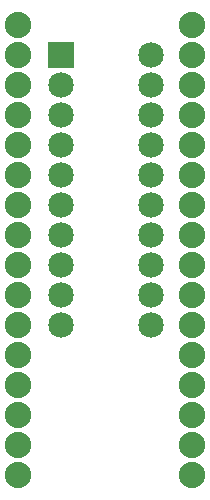
<source format=gts>
G04 MADE WITH FRITZING*
G04 WWW.FRITZING.ORG*
G04 DOUBLE SIDED*
G04 HOLES PLATED*
G04 CONTOUR ON CENTER OF CONTOUR VECTOR*
%ASAXBY*%
%FSLAX23Y23*%
%MOIN*%
%OFA0B0*%
%SFA1.0B1.0*%
%ADD10C,0.088000*%
%ADD11C,0.085000*%
%ADD12R,0.085000X0.085000*%
%LNMASK1*%
G90*
G70*
G54D10*
X121Y2060D03*
X121Y1960D03*
X121Y1860D03*
X121Y1760D03*
X121Y1660D03*
X121Y1560D03*
X121Y1460D03*
X121Y1360D03*
X121Y1260D03*
X121Y1160D03*
X121Y1060D03*
X121Y960D03*
X121Y860D03*
X121Y760D03*
X121Y660D03*
X121Y560D03*
X700Y2060D03*
X700Y1960D03*
X700Y1860D03*
X700Y1760D03*
X700Y1660D03*
X700Y1560D03*
X700Y1460D03*
X700Y1360D03*
X700Y1260D03*
X700Y1160D03*
X700Y1060D03*
X700Y960D03*
X700Y860D03*
X700Y760D03*
X700Y660D03*
X700Y560D03*
G54D11*
X263Y1960D03*
X563Y1960D03*
X263Y1860D03*
X563Y1860D03*
X263Y1760D03*
X563Y1760D03*
X263Y1660D03*
X563Y1660D03*
X263Y1560D03*
X563Y1560D03*
X263Y1460D03*
X563Y1460D03*
X263Y1360D03*
X563Y1360D03*
X263Y1260D03*
X563Y1260D03*
X263Y1160D03*
X563Y1160D03*
X263Y1060D03*
X563Y1060D03*
G54D12*
X263Y1960D03*
G04 End of Mask1*
M02*
</source>
